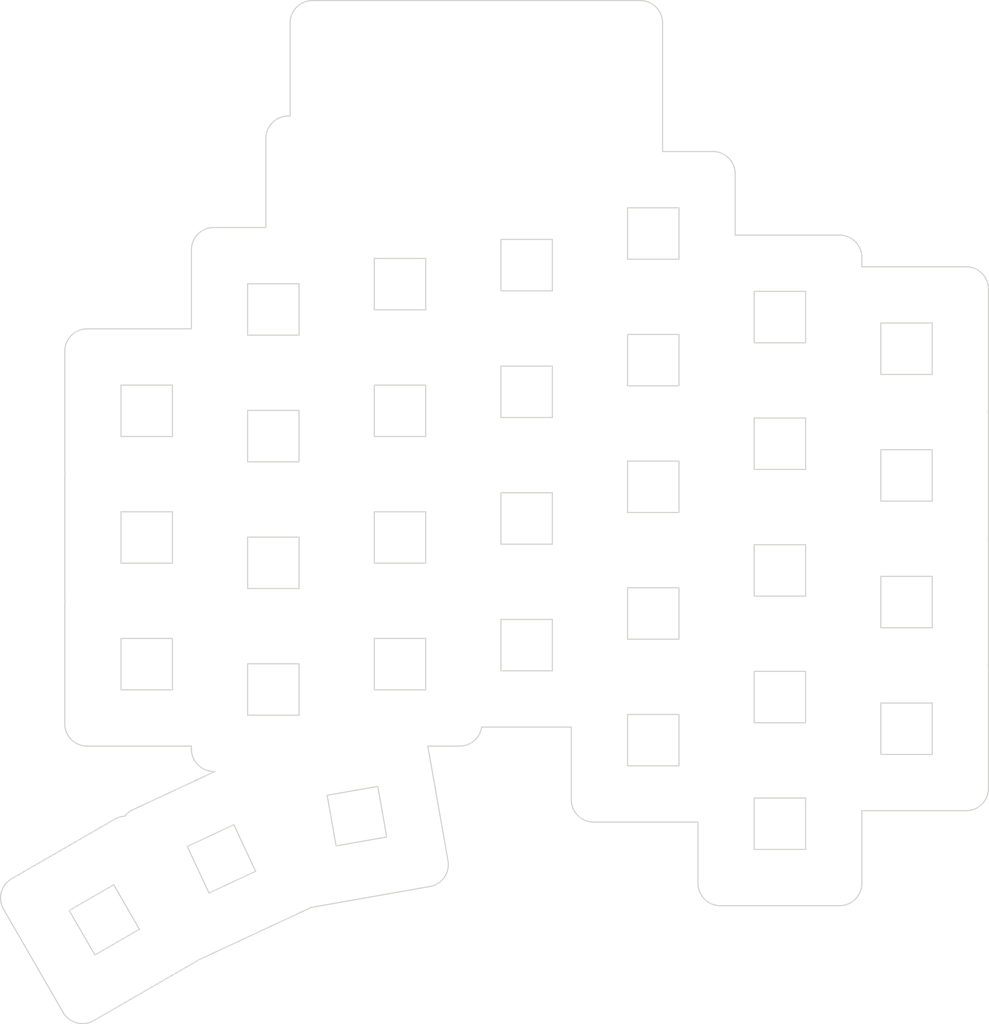
<source format=kicad_pcb>


(kicad_pcb
  (version 20240108)
  (generator "ergogen")
  (generator_version "4.1.0")
  (general
    (thickness 1.6)
    (legacy_teardrops no)
  )
  (paper "A3")
  (title_block
    (title "plate_right")
    (date "2025-08-10")
    (rev "v0.2")
    (company "Happily-Coding")
  )

  (layers
    (0 "F.Cu" signal)
    (31 "B.Cu" signal)
    (32 "B.Adhes" user "B.Adhesive")
    (33 "F.Adhes" user "F.Adhesive")
    (34 "B.Paste" user)
    (35 "F.Paste" user)
    (36 "B.SilkS" user "B.Silkscreen")
    (37 "F.SilkS" user "F.Silkscreen")
    (38 "B.Mask" user)
    (39 "F.Mask" user)
    (40 "Dwgs.User" user "User.Drawings")
    (41 "Cmts.User" user "User.Comments")
    (42 "Eco1.User" user "User.Eco1")
    (43 "Eco2.User" user "User.Eco2")
    (44 "Edge.Cuts" user)
    (45 "Margin" user)
    (46 "B.CrtYd" user "B.Courtyard")
    (47 "F.CrtYd" user "F.Courtyard")
    (48 "B.Fab" user)
    (49 "F.Fab" user)
  )

  (setup
    (pad_to_mask_clearance 0.05)
    (allow_soldermask_bridges_in_footprints no)
    (pcbplotparams
      (layerselection 0x00010fc_ffffffff)
      (plot_on_all_layers_selection 0x0000000_00000000)
      (disableapertmacros no)
      (usegerberextensions no)
      (usegerberattributes yes)
      (usegerberadvancedattributes yes)
      (creategerberjobfile yes)
      (dashed_line_dash_ratio 12.000000)
      (dashed_line_gap_ratio 3.000000)
      (svgprecision 4)
      (plotframeref no)
      (viasonmask no)
      (mode 1)
      (useauxorigin no)
      (hpglpennumber 1)
      (hpglpenspeed 20)
      (hpglpendiameter 15.000000)
      (pdf_front_fp_property_popups yes)
      (pdf_back_fp_property_popups yes)
      (dxfpolygonmode yes)
      (dxfimperialunits yes)
      (dxfusepcbnewfont yes)
      (psnegative no)
      (psa4output no)
      (plotreference yes)
      (plotvalue yes)
      (plotfptext yes)
      (plotinvisibletext no)
      (sketchpadsonfab no)
      (subtractmaskfromsilk no)
      (outputformat 1)
      (mirror no)
      (drillshape 1)
      (scaleselection 1)
      (outputdirectory "")
    )
  )

  (net 0 "")

  
  (gr_line (start 299 144) (end 313 144) (layer Edge.Cuts) (stroke (width 0.15) (type default)))
(gr_arc (start 313 144) (mid 315.1213203 143.1213203) (end 316 141) (layer Edge.Cuts) (stroke (width 0.15) (type default)))
(gr_line (start 316 141) (end 316 125) (layer Edge.Cuts) (stroke (width 0.15) (type default)))
(gr_arc (start 316 125) (mid 315.9894916 124.7491212) (end 315.9580399 124.5) (layer Edge.Cuts) (stroke (width 0.15) (type default)))
(gr_arc (start 315.9580399 124.5) (mid 315.9894916 124.2508788) (end 316 124) (layer Edge.Cuts) (stroke (width 0.15) (type default)))
(gr_line (start 316 124) (end 316 108) (layer Edge.Cuts) (stroke (width 0.15) (type default)))
(gr_arc (start 316 108) (mid 315.9894916 107.7491212) (end 315.9580399 107.5) (layer Edge.Cuts) (stroke (width 0.15) (type default)))
(gr_arc (start 315.9580399 107.5) (mid 315.9894916 107.2508788) (end 316 107) (layer Edge.Cuts) (stroke (width 0.15) (type default)))
(gr_line (start 316 107) (end 316 91) (layer Edge.Cuts) (stroke (width 0.15) (type default)))
(gr_arc (start 316 91) (mid 315.9894916 90.7491212) (end 315.9580399 90.5) (layer Edge.Cuts) (stroke (width 0.15) (type default)))
(gr_arc (start 315.9580399 90.5) (mid 315.9894916 90.2508788) (end 316 90) (layer Edge.Cuts) (stroke (width 0.15) (type default)))
(gr_line (start 316 90) (end 316 74) (layer Edge.Cuts) (stroke (width 0.15) (type default)))
(gr_arc (start 316 74) (mid 315.1213203 71.8786797) (end 313 71) (layer Edge.Cuts) (stroke (width 0.15) (type default)))
(gr_line (start 313 71) (end 299 71) (layer Edge.Cuts) (stroke (width 0.15) (type default)))
(gr_line (start 280 156.75) (end 296 156.75) (layer Edge.Cuts) (stroke (width 0.15) (type default)))
(gr_arc (start 296 156.75) (mid 298.1213203 155.8713203) (end 299 153.75) (layer Edge.Cuts) (stroke (width 0.15) (type default)))
(gr_line (start 299 153.75) (end 299 144) (layer Edge.Cuts) (stroke (width 0.15) (type default)))
(gr_line (start 277 145.53) (end 277 153.75) (layer Edge.Cuts) (stroke (width 0.15) (type default)))
(gr_arc (start 277 153.75) (mid 277.8786797 155.8713203) (end 280 156.75) (layer Edge.Cuts) (stroke (width 0.15) (type default)))
(gr_line (start 299 71) (end 299 69.75) (layer Edge.Cuts) (stroke (width 0.15) (type default)))
(gr_arc (start 299 69.75) (mid 298.1213203 67.6286797) (end 296 66.75) (layer Edge.Cuts) (stroke (width 0.15) (type default)))
(gr_line (start 296 66.75) (end 282 66.75) (layer Edge.Cuts) (stroke (width 0.15) (type default)))
(gr_line (start 263 145.53) (end 277 145.53) (layer Edge.Cuts) (stroke (width 0.15) (type default)))
(gr_line (start 260 132.78) (end 260 142.53) (layer Edge.Cuts) (stroke (width 0.15) (type default)))
(gr_arc (start 260 142.53) (mid 260.8786797 144.6513203) (end 263 145.53) (layer Edge.Cuts) (stroke (width 0.15) (type default)))
(gr_line (start 282 66.75) (end 282 58.53) (layer Edge.Cuts) (stroke (width 0.15) (type default)))
(gr_arc (start 282 58.53) (mid 281.1213203 56.4086797) (end 279 55.53) (layer Edge.Cuts) (stroke (width 0.15) (type default)))
(gr_line (start 279 55.53) (end 272.25 55.53) (layer Edge.Cuts) (stroke (width 0.15) (type default)))
(gr_line (start 247.966058 132.78) (end 260 132.78) (layer Edge.Cuts) (stroke (width 0.15) (type default)))
(gr_line (start 240.73221915280985 135.33) (end 245 135.33) (layer Edge.Cuts) (stroke (width 0.15) (type default)))
(gr_arc (start 245 135.33) (mid 246.9557607 134.60486260000002) (end 247.966058 132.78) (layer Edge.Cuts) (stroke (width 0.15) (type default)))
(gr_line (start 212 138.73) (end 212.1679465147921 138.73) (layer Edge.Cuts) (stroke (width 0.15) (type default)))
(gr_line (start 209 135.33) (end 209 135.73) (layer Edge.Cuts) (stroke (width 0.15) (type default)))
(gr_arc (start 209 135.73) (mid 209.8786797 137.8513203) (end 212 138.73) (layer Edge.Cuts) (stroke (width 0.15) (type default)))
(gr_line (start 219 65.72999999999999) (end 212 65.72999999999999) (layer Edge.Cuts) (stroke (width 0.15) (type default)))
(gr_arc (start 212 65.72999999999999) (mid 209.8786797 66.6086797) (end 209 68.72999999999999) (layer Edge.Cuts) (stroke (width 0.15) (type default)))
(gr_line (start 209 68.72999999999999) (end 209 79.33000000000001) (layer Edge.Cuts) (stroke (width 0.15) (type default)))
(gr_line (start 195 135.33) (end 209 135.33) (layer Edge.Cuts) (stroke (width 0.15) (type default)))
(gr_arc (start 192.0419601 115.83000000000001) (mid 192.0105084 116.07912120000002) (end 192 116.33000000000001) (layer Edge.Cuts) (stroke (width 0.15) (type default)))
(gr_line (start 192 116.33000000000001) (end 192 132.33) (layer Edge.Cuts) (stroke (width 0.15) (type default)))
(gr_arc (start 192 132.33) (mid 192.8786797 134.45132030000002) (end 195 135.33) (layer Edge.Cuts) (stroke (width 0.15) (type default)))
(gr_arc (start 192.0419601 98.83000000000001) (mid 192.0105084 99.07912120000002) (end 192 99.33000000000001) (layer Edge.Cuts) (stroke (width 0.15) (type default)))
(gr_line (start 192 99.33000000000001) (end 192 115.33000000000001) (layer Edge.Cuts) (stroke (width 0.15) (type default)))
(gr_arc (start 192 115.33000000000001) (mid 192.0105084 115.58087880000001) (end 192.0419601 115.83000000000001) (layer Edge.Cuts) (stroke (width 0.15) (type default)))
(gr_line (start 209 79.33000000000001) (end 195 79.33000000000001) (layer Edge.Cuts) (stroke (width 0.15) (type default)))
(gr_arc (start 195 79.33000000000001) (mid 192.8786797 80.20867970000002) (end 192 82.33000000000001) (layer Edge.Cuts) (stroke (width 0.15) (type default)))
(gr_line (start 192 82.33000000000001) (end 192 98.33000000000001) (layer Edge.Cuts) (stroke (width 0.15) (type default)))
(gr_arc (start 192 98.33000000000001) (mid 192.0105084 98.58087880000001) (end 192.0419601 98.83000000000001) (layer Edge.Cuts) (stroke (width 0.15) (type default)))
(gr_line (start 225.2516679 156.95207069999998) (end 241.008592 154.1736999) (layer Edge.Cuts) (stroke (width 0.15) (type default)))
(gr_arc (start 241.00859190000003 154.1736999) (mid 242.94510350000002 152.940006) (end 243.44207070000002 150.6983321) (layer Edge.Cuts) (stroke (width 0.15) (type default)))
(gr_line (start 243.4420707 150.6983321) (end 240.73221915280985 135.32999999999993) (layer Edge.Cuts) (stroke (width 0.15) (type default)))
(gr_arc (start 225.08190679999998 156.97702149999998) (mid 225.16696579999999 156.96576) (end 225.2516679 156.95207059999998) (layer Edge.Cuts) (stroke (width 0.15) (type default)))
(gr_line (start 210.4276108 163.81584619999998) (end 224.92853540000002 157.05395399999998) (layer Edge.Cuts) (stroke (width 0.15) (type default)))
(gr_arc (start 224.92853540000002 157.05395399999998) (mid 225.0057712 157.0165845) (end 225.0819068 156.97702159999997) (layer Edge.Cuts) (stroke (width 0.15) (type default)))
(gr_line (start 212.1679465147921 138.73) (end 201.130009 143.8770748) (layer Edge.Cuts) (stroke (width 0.15) (type default)))
(gr_arc (start 201.130009 143.8770748) (mid 200.5409971 144.2397201) (end 200.0506976 144.72762699999998) (layer Edge.Cuts) (stroke (width 0.15) (type default)))
(gr_arc (start 210.06149630000002 163.9581925) (mid 210.24688590000002 163.89301799999998) (end 210.42761080000002 163.8158461) (layer Edge.Cuts) (stroke (width 0.15) (type default)))
(gr_line (start 195.8784921 172.17644929999997) (end 209.73489849999999 164.17644929999997) (layer Edge.Cuts) (stroke (width 0.15) (type default)))
(gr_arc (start 209.73489849999999 164.1764493) (mid 209.9017735 164.0726721) (end 210.0614963 163.9581925) (layer Edge.Cuts) (stroke (width 0.15) (type default)))
(gr_arc (start 200.0506976 144.72762699999998) (mid 199.36980350000002 144.849405) (end 198.7348985 145.1238905) (layer Edge.Cuts) (stroke (width 0.15) (type default)))
(gr_line (start 198.7348985 145.1238905) (end 184.8784921 153.1238905) (layer Edge.Cuts) (stroke (width 0.15) (type default)))
(gr_arc (start 184.8784921 153.12389049999996) (mid 183.4807146 154.94550959999998) (end 183.78041589999998 157.22196669999997) (layer Edge.Cuts) (stroke (width 0.15) (type default)))
(gr_line (start 183.7804159 157.22196669999997) (end 191.7804159 171.0783731) (layer Edge.Cuts) (stroke (width 0.15) (type default)))
(gr_arc (start 191.78041589999998 171.0783731) (mid 193.602035 172.47615059999998) (end 195.8784921 172.1764493) (layer Edge.Cuts) (stroke (width 0.15) (type default)))
(gr_line (start 272.25 55.53) (end 272.25 38.269999999999996) (layer Edge.Cuts) (stroke (width 0.15) (type default)))
(gr_arc (start 272.25 38.269999999999996) (mid 271.3713203 36.148679699999995) (end 269.25 35.269999999999996) (layer Edge.Cuts) (stroke (width 0.15) (type default)))
(gr_line (start 269.25 35.269999999999996) (end 225.25 35.269999999999996) (layer Edge.Cuts) (stroke (width 0.15) (type default)))
(gr_arc (start 225.25 35.269999999999996) (mid 223.1286797 36.148679699999995) (end 222.25 38.269999999999996) (layer Edge.Cuts) (stroke (width 0.15) (type default)))
(gr_line (start 222.25 38.269999999999996) (end 222.25 50.769999999999996) (layer Edge.Cuts) (stroke (width 0.15) (type default)))
(gr_line (start 219 53.769999999999996) (end 219 65.72999999999999) (layer Edge.Cuts) (stroke (width 0.15) (type default)))
(gr_line (start 222.25 50.769999999999996) (end 222 50.769999999999996) (layer Edge.Cuts) (stroke (width 0.15) (type default)))
(gr_arc (start 222 50.769999999999996) (mid 219.8786797 51.648679699999995) (end 219 53.769999999999996) (layer Edge.Cuts) (stroke (width 0.15) (type default)))
(gr_line (start 301.55 136.45) (end 308.45 136.45) (layer Edge.Cuts) (stroke (width 0.15) (type default)))
(gr_line (start 308.45 136.45) (end 308.45 129.54999999999998) (layer Edge.Cuts) (stroke (width 0.15) (type default)))
(gr_line (start 308.45 129.54999999999998) (end 301.55 129.54999999999998) (layer Edge.Cuts) (stroke (width 0.15) (type default)))
(gr_line (start 301.55 129.54999999999998) (end 301.55 136.45) (layer Edge.Cuts) (stroke (width 0.15) (type default)))
(gr_line (start 301.55 119.45) (end 308.45 119.45) (layer Edge.Cuts) (stroke (width 0.15) (type default)))
(gr_line (start 308.45 119.45) (end 308.45 112.55) (layer Edge.Cuts) (stroke (width 0.15) (type default)))
(gr_line (start 308.45 112.55) (end 301.55 112.55) (layer Edge.Cuts) (stroke (width 0.15) (type default)))
(gr_line (start 301.55 112.55) (end 301.55 119.45) (layer Edge.Cuts) (stroke (width 0.15) (type default)))
(gr_line (start 301.55 102.45) (end 308.45 102.45) (layer Edge.Cuts) (stroke (width 0.15) (type default)))
(gr_line (start 308.45 102.45) (end 308.45 95.55) (layer Edge.Cuts) (stroke (width 0.15) (type default)))
(gr_line (start 308.45 95.55) (end 301.55 95.55) (layer Edge.Cuts) (stroke (width 0.15) (type default)))
(gr_line (start 301.55 95.55) (end 301.55 102.45) (layer Edge.Cuts) (stroke (width 0.15) (type default)))
(gr_line (start 301.55 85.45) (end 308.45 85.45) (layer Edge.Cuts) (stroke (width 0.15) (type default)))
(gr_line (start 308.45 85.45) (end 308.45 78.55) (layer Edge.Cuts) (stroke (width 0.15) (type default)))
(gr_line (start 308.45 78.55) (end 301.55 78.55) (layer Edge.Cuts) (stroke (width 0.15) (type default)))
(gr_line (start 301.55 78.55) (end 301.55 85.45) (layer Edge.Cuts) (stroke (width 0.15) (type default)))
(gr_line (start 284.55 149.2) (end 291.45 149.2) (layer Edge.Cuts) (stroke (width 0.15) (type default)))
(gr_line (start 291.45 149.2) (end 291.45 142.29999999999998) (layer Edge.Cuts) (stroke (width 0.15) (type default)))
(gr_line (start 291.45 142.29999999999998) (end 284.55 142.29999999999998) (layer Edge.Cuts) (stroke (width 0.15) (type default)))
(gr_line (start 284.55 142.29999999999998) (end 284.55 149.2) (layer Edge.Cuts) (stroke (width 0.15) (type default)))
(gr_line (start 284.55 132.2) (end 291.45 132.2) (layer Edge.Cuts) (stroke (width 0.15) (type default)))
(gr_line (start 291.45 132.2) (end 291.45 125.29999999999998) (layer Edge.Cuts) (stroke (width 0.15) (type default)))
(gr_line (start 291.45 125.29999999999998) (end 284.55 125.29999999999998) (layer Edge.Cuts) (stroke (width 0.15) (type default)))
(gr_line (start 284.55 125.29999999999998) (end 284.55 132.2) (layer Edge.Cuts) (stroke (width 0.15) (type default)))
(gr_line (start 284.55 115.2) (end 291.45 115.2) (layer Edge.Cuts) (stroke (width 0.15) (type default)))
(gr_line (start 291.45 115.2) (end 291.45 108.3) (layer Edge.Cuts) (stroke (width 0.15) (type default)))
(gr_line (start 291.45 108.3) (end 284.55 108.3) (layer Edge.Cuts) (stroke (width 0.15) (type default)))
(gr_line (start 284.55 108.3) (end 284.55 115.2) (layer Edge.Cuts) (stroke (width 0.15) (type default)))
(gr_line (start 284.55 98.2) (end 291.45 98.2) (layer Edge.Cuts) (stroke (width 0.15) (type default)))
(gr_line (start 291.45 98.2) (end 291.45 91.3) (layer Edge.Cuts) (stroke (width 0.15) (type default)))
(gr_line (start 291.45 91.3) (end 284.55 91.3) (layer Edge.Cuts) (stroke (width 0.15) (type default)))
(gr_line (start 284.55 91.3) (end 284.55 98.2) (layer Edge.Cuts) (stroke (width 0.15) (type default)))
(gr_line (start 284.55 81.2) (end 291.45 81.2) (layer Edge.Cuts) (stroke (width 0.15) (type default)))
(gr_line (start 291.45 81.2) (end 291.45 74.3) (layer Edge.Cuts) (stroke (width 0.15) (type default)))
(gr_line (start 291.45 74.3) (end 284.55 74.3) (layer Edge.Cuts) (stroke (width 0.15) (type default)))
(gr_line (start 284.55 74.3) (end 284.55 81.2) (layer Edge.Cuts) (stroke (width 0.15) (type default)))
(gr_line (start 267.55 137.98) (end 274.45 137.98) (layer Edge.Cuts) (stroke (width 0.15) (type default)))
(gr_line (start 274.45 137.98) (end 274.45 131.07999999999998) (layer Edge.Cuts) (stroke (width 0.15) (type default)))
(gr_line (start 274.45 131.07999999999998) (end 267.55 131.07999999999998) (layer Edge.Cuts) (stroke (width 0.15) (type default)))
(gr_line (start 267.55 131.07999999999998) (end 267.55 137.98) (layer Edge.Cuts) (stroke (width 0.15) (type default)))
(gr_line (start 267.55 120.98) (end 274.45 120.98) (layer Edge.Cuts) (stroke (width 0.15) (type default)))
(gr_line (start 274.45 120.98) (end 274.45 114.08) (layer Edge.Cuts) (stroke (width 0.15) (type default)))
(gr_line (start 274.45 114.08) (end 267.55 114.08) (layer Edge.Cuts) (stroke (width 0.15) (type default)))
(gr_line (start 267.55 114.08) (end 267.55 120.98) (layer Edge.Cuts) (stroke (width 0.15) (type default)))
(gr_line (start 267.55 103.98) (end 274.45 103.98) (layer Edge.Cuts) (stroke (width 0.15) (type default)))
(gr_line (start 274.45 103.98) (end 274.45 97.08) (layer Edge.Cuts) (stroke (width 0.15) (type default)))
(gr_line (start 274.45 97.08) (end 267.55 97.08) (layer Edge.Cuts) (stroke (width 0.15) (type default)))
(gr_line (start 267.55 97.08) (end 267.55 103.98) (layer Edge.Cuts) (stroke (width 0.15) (type default)))
(gr_line (start 267.55 86.98) (end 274.45 86.98) (layer Edge.Cuts) (stroke (width 0.15) (type default)))
(gr_line (start 274.45 86.98) (end 274.45 80.08) (layer Edge.Cuts) (stroke (width 0.15) (type default)))
(gr_line (start 274.45 80.08) (end 267.55 80.08) (layer Edge.Cuts) (stroke (width 0.15) (type default)))
(gr_line (start 267.55 80.08) (end 267.55 86.98) (layer Edge.Cuts) (stroke (width 0.15) (type default)))
(gr_line (start 267.55 69.98) (end 274.45 69.98) (layer Edge.Cuts) (stroke (width 0.15) (type default)))
(gr_line (start 274.45 69.98) (end 274.45 63.080000000000005) (layer Edge.Cuts) (stroke (width 0.15) (type default)))
(gr_line (start 274.45 63.080000000000005) (end 267.55 63.080000000000005) (layer Edge.Cuts) (stroke (width 0.15) (type default)))
(gr_line (start 267.55 63.080000000000005) (end 267.55 69.98) (layer Edge.Cuts) (stroke (width 0.15) (type default)))
(gr_line (start 250.55 125.23) (end 257.45 125.23) (layer Edge.Cuts) (stroke (width 0.15) (type default)))
(gr_line (start 257.45 125.23) (end 257.45 118.33) (layer Edge.Cuts) (stroke (width 0.15) (type default)))
(gr_line (start 257.45 118.33) (end 250.55 118.33) (layer Edge.Cuts) (stroke (width 0.15) (type default)))
(gr_line (start 250.55 118.33) (end 250.55 125.23) (layer Edge.Cuts) (stroke (width 0.15) (type default)))
(gr_line (start 250.55 108.23) (end 257.45 108.23) (layer Edge.Cuts) (stroke (width 0.15) (type default)))
(gr_line (start 257.45 108.23) (end 257.45 101.33) (layer Edge.Cuts) (stroke (width 0.15) (type default)))
(gr_line (start 257.45 101.33) (end 250.55 101.33) (layer Edge.Cuts) (stroke (width 0.15) (type default)))
(gr_line (start 250.55 101.33) (end 250.55 108.23) (layer Edge.Cuts) (stroke (width 0.15) (type default)))
(gr_line (start 250.55 91.23) (end 257.45 91.23) (layer Edge.Cuts) (stroke (width 0.15) (type default)))
(gr_line (start 257.45 91.23) (end 257.45 84.33) (layer Edge.Cuts) (stroke (width 0.15) (type default)))
(gr_line (start 257.45 84.33) (end 250.55 84.33) (layer Edge.Cuts) (stroke (width 0.15) (type default)))
(gr_line (start 250.55 84.33) (end 250.55 91.23) (layer Edge.Cuts) (stroke (width 0.15) (type default)))
(gr_line (start 250.55 74.23) (end 257.45 74.23) (layer Edge.Cuts) (stroke (width 0.15) (type default)))
(gr_line (start 257.45 74.23) (end 257.45 67.33) (layer Edge.Cuts) (stroke (width 0.15) (type default)))
(gr_line (start 257.45 67.33) (end 250.55 67.33) (layer Edge.Cuts) (stroke (width 0.15) (type default)))
(gr_line (start 250.55 67.33) (end 250.55 74.23) (layer Edge.Cuts) (stroke (width 0.15) (type default)))
(gr_line (start 233.55 127.78000000000002) (end 240.45000000000002 127.78000000000002) (layer Edge.Cuts) (stroke (width 0.15) (type default)))
(gr_line (start 240.45000000000002 127.78000000000002) (end 240.45000000000002 120.88000000000001) (layer Edge.Cuts) (stroke (width 0.15) (type default)))
(gr_line (start 240.45000000000002 120.88000000000001) (end 233.55 120.88000000000001) (layer Edge.Cuts) (stroke (width 0.15) (type default)))
(gr_line (start 233.55 120.88000000000001) (end 233.55 127.78000000000002) (layer Edge.Cuts) (stroke (width 0.15) (type default)))
(gr_line (start 233.55 110.78000000000002) (end 240.45000000000002 110.78000000000002) (layer Edge.Cuts) (stroke (width 0.15) (type default)))
(gr_line (start 240.45000000000002 110.78000000000002) (end 240.45000000000002 103.88000000000001) (layer Edge.Cuts) (stroke (width 0.15) (type default)))
(gr_line (start 240.45000000000002 103.88000000000001) (end 233.55 103.88000000000001) (layer Edge.Cuts) (stroke (width 0.15) (type default)))
(gr_line (start 233.55 103.88000000000001) (end 233.55 110.78000000000002) (layer Edge.Cuts) (stroke (width 0.15) (type default)))
(gr_line (start 233.55 93.78000000000002) (end 240.45000000000002 93.78000000000002) (layer Edge.Cuts) (stroke (width 0.15) (type default)))
(gr_line (start 240.45000000000002 93.78000000000002) (end 240.45000000000002 86.88000000000001) (layer Edge.Cuts) (stroke (width 0.15) (type default)))
(gr_line (start 240.45000000000002 86.88000000000001) (end 233.55 86.88000000000001) (layer Edge.Cuts) (stroke (width 0.15) (type default)))
(gr_line (start 233.55 86.88000000000001) (end 233.55 93.78000000000002) (layer Edge.Cuts) (stroke (width 0.15) (type default)))
(gr_line (start 233.55 76.78000000000002) (end 240.45000000000002 76.78000000000002) (layer Edge.Cuts) (stroke (width 0.15) (type default)))
(gr_line (start 240.45000000000002 76.78000000000002) (end 240.45000000000002 69.88000000000001) (layer Edge.Cuts) (stroke (width 0.15) (type default)))
(gr_line (start 240.45000000000002 69.88000000000001) (end 233.55 69.88000000000001) (layer Edge.Cuts) (stroke (width 0.15) (type default)))
(gr_line (start 233.55 69.88000000000001) (end 233.55 76.78000000000002) (layer Edge.Cuts) (stroke (width 0.15) (type default)))
(gr_line (start 216.55 131.17999999999998) (end 223.45000000000002 131.17999999999998) (layer Edge.Cuts) (stroke (width 0.15) (type default)))
(gr_line (start 223.45000000000002 131.17999999999998) (end 223.45000000000002 124.27999999999997) (layer Edge.Cuts) (stroke (width 0.15) (type default)))
(gr_line (start 223.45000000000002 124.27999999999997) (end 216.55 124.27999999999997) (layer Edge.Cuts) (stroke (width 0.15) (type default)))
(gr_line (start 216.55 124.27999999999997) (end 216.55 131.17999999999998) (layer Edge.Cuts) (stroke (width 0.15) (type default)))
(gr_line (start 216.55 114.17999999999999) (end 223.45000000000002 114.17999999999999) (layer Edge.Cuts) (stroke (width 0.15) (type default)))
(gr_line (start 223.45000000000002 114.17999999999999) (end 223.45000000000002 107.27999999999999) (layer Edge.Cuts) (stroke (width 0.15) (type default)))
(gr_line (start 223.45000000000002 107.27999999999999) (end 216.55 107.27999999999999) (layer Edge.Cuts) (stroke (width 0.15) (type default)))
(gr_line (start 216.55 107.27999999999999) (end 216.55 114.17999999999999) (layer Edge.Cuts) (stroke (width 0.15) (type default)))
(gr_line (start 216.55 97.17999999999999) (end 223.45000000000002 97.17999999999999) (layer Edge.Cuts) (stroke (width 0.15) (type default)))
(gr_line (start 223.45000000000002 97.17999999999999) (end 223.45000000000002 90.27999999999999) (layer Edge.Cuts) (stroke (width 0.15) (type default)))
(gr_line (start 223.45000000000002 90.27999999999999) (end 216.55 90.27999999999999) (layer Edge.Cuts) (stroke (width 0.15) (type default)))
(gr_line (start 216.55 90.27999999999999) (end 216.55 97.17999999999999) (layer Edge.Cuts) (stroke (width 0.15) (type default)))
(gr_line (start 216.55 80.17999999999999) (end 223.45000000000002 80.17999999999999) (layer Edge.Cuts) (stroke (width 0.15) (type default)))
(gr_line (start 223.45000000000002 80.17999999999999) (end 223.45000000000002 73.27999999999999) (layer Edge.Cuts) (stroke (width 0.15) (type default)))
(gr_line (start 223.45000000000002 73.27999999999999) (end 216.55 73.27999999999999) (layer Edge.Cuts) (stroke (width 0.15) (type default)))
(gr_line (start 216.55 73.27999999999999) (end 216.55 80.17999999999999) (layer Edge.Cuts) (stroke (width 0.15) (type default)))
(gr_line (start 199.55 127.78000000000002) (end 206.45000000000002 127.78000000000002) (layer Edge.Cuts) (stroke (width 0.15) (type default)))
(gr_line (start 206.45000000000002 127.78000000000002) (end 206.45000000000002 120.88000000000001) (layer Edge.Cuts) (stroke (width 0.15) (type default)))
(gr_line (start 206.45000000000002 120.88000000000001) (end 199.55 120.88000000000001) (layer Edge.Cuts) (stroke (width 0.15) (type default)))
(gr_line (start 199.55 120.88000000000001) (end 199.55 127.78000000000002) (layer Edge.Cuts) (stroke (width 0.15) (type default)))
(gr_line (start 199.55 110.78000000000002) (end 206.45000000000002 110.78000000000002) (layer Edge.Cuts) (stroke (width 0.15) (type default)))
(gr_line (start 206.45000000000002 110.78000000000002) (end 206.45000000000002 103.88000000000001) (layer Edge.Cuts) (stroke (width 0.15) (type default)))
(gr_line (start 206.45000000000002 103.88000000000001) (end 199.55 103.88000000000001) (layer Edge.Cuts) (stroke (width 0.15) (type default)))
(gr_line (start 199.55 103.88000000000001) (end 199.55 110.78000000000002) (layer Edge.Cuts) (stroke (width 0.15) (type default)))
(gr_line (start 199.55 93.78000000000002) (end 206.45000000000002 93.78000000000002) (layer Edge.Cuts) (stroke (width 0.15) (type default)))
(gr_line (start 206.45000000000002 93.78000000000002) (end 206.45000000000002 86.88000000000001) (layer Edge.Cuts) (stroke (width 0.15) (type default)))
(gr_line (start 206.45000000000002 86.88000000000001) (end 199.55 86.88000000000001) (layer Edge.Cuts) (stroke (width 0.15) (type default)))
(gr_line (start 199.55 86.88000000000001) (end 199.55 93.78000000000002) (layer Edge.Cuts) (stroke (width 0.15) (type default)))
(gr_line (start 228.4214995 148.72667299999998) (end 235.21667300000001 147.52850049999998) (layer Edge.Cuts) (stroke (width 0.15) (type default)))
(gr_line (start 235.21667300000001 147.52850049999998) (end 234.01850050000002 140.73332699999997) (layer Edge.Cuts) (stroke (width 0.15) (type default)))
(gr_line (start 234.01850050000002 140.73332699999997) (end 227.223327 141.93149949999997) (layer Edge.Cuts) (stroke (width 0.15) (type default)))
(gr_line (start 227.223327 141.93149949999997) (end 228.4214995 148.72667299999998) (layer Edge.Cuts) (stroke (width 0.15) (type default)))
(gr_line (start 211.36054330000002 155.05030929999998) (end 217.61406710000003 152.13424329999998) (layer Edge.Cuts) (stroke (width 0.15) (type default)))
(gr_line (start 217.61406710000003 152.13424329999998) (end 214.69800110000003 145.88071949999997) (layer Edge.Cuts) (stroke (width 0.15) (type default)))
(gr_line (start 214.69800110000003 145.88071949999997) (end 208.44447730000002 148.79678549999997) (layer Edge.Cuts) (stroke (width 0.15) (type default)))
(gr_line (start 208.44447730000002 148.79678549999997) (end 211.36054330000002 155.05030929999998) (layer Edge.Cuts) (stroke (width 0.15) (type default)))
(gr_line (start 196.0439077 163.36295749999996) (end 202.0194829 159.91295749999998) (layer Edge.Cuts) (stroke (width 0.15) (type default)))
(gr_line (start 202.0194829 159.91295749999998) (end 198.56948290000003 153.93738229999997) (layer Edge.Cuts) (stroke (width 0.15) (type default)))
(gr_line (start 198.56948290000003 153.93738229999997) (end 192.59390770000002 157.38738229999996) (layer Edge.Cuts) (stroke (width 0.15) (type default)))
(gr_line (start 192.59390770000002 157.38738229999996) (end 196.0439077 163.36295749999996) (layer Edge.Cuts) (stroke (width 0.15) (type default)))

)


</source>
